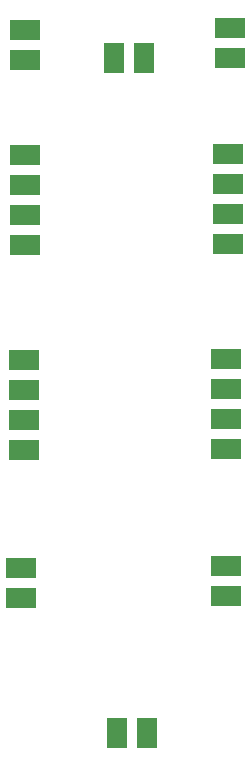
<source format=gbr>
%TF.GenerationSoftware,KiCad,Pcbnew,7.0.5*%
%TF.CreationDate,2023-07-07T20:16:54+02:00*%
%TF.ProjectId,78_1x39_1mm Solr tile,37382c31-7833-4392-9c31-6d6d20536f6c,rev?*%
%TF.SameCoordinates,Original*%
%TF.FileFunction,Paste,Bot*%
%TF.FilePolarity,Positive*%
%FSLAX46Y46*%
G04 Gerber Fmt 4.6, Leading zero omitted, Abs format (unit mm)*
G04 Created by KiCad (PCBNEW 7.0.5) date 2023-07-07 20:16:54*
%MOMM*%
%LPD*%
G01*
G04 APERTURE LIST*
%ADD10R,1.700000X2.500000*%
%ADD11R,2.500000X1.700000*%
G04 APERTURE END LIST*
D10*
%TO.C,REF\u002A\u002A*%
X34820000Y-29090000D03*
X37360000Y-29090000D03*
%TD*%
D11*
%TO.C,REF\u002A\u002A*%
X26900000Y-74840000D03*
X26900000Y-72300000D03*
%TD*%
%TO.C,J8*%
X27290000Y-44960000D03*
X27290000Y-42420000D03*
X27290000Y-39880000D03*
X27290000Y-37340000D03*
%TD*%
%TO.C,J8*%
X44290000Y-54600000D03*
X44290000Y-57140000D03*
X44290000Y-59680000D03*
X44290000Y-62220000D03*
%TD*%
%TO.C,J8*%
X44420000Y-37230000D03*
X44420000Y-39770000D03*
X44420000Y-42310000D03*
X44420000Y-44850000D03*
%TD*%
%TO.C,REF\u002A\u002A*%
X27270000Y-29280000D03*
X27270000Y-26740000D03*
%TD*%
%TO.C,J8*%
X27160000Y-62330000D03*
X27160000Y-59790000D03*
X27160000Y-57250000D03*
X27160000Y-54710000D03*
%TD*%
%TO.C,REF\u002A\u002A*%
X44650000Y-26590000D03*
X44650000Y-29130000D03*
%TD*%
D10*
%TO.C,REF\u002A\u002A*%
X37560000Y-86250000D03*
X35020000Y-86250000D03*
%TD*%
D11*
%TO.C,REF\u002A\u002A*%
X44280000Y-72150000D03*
X44280000Y-74690000D03*
%TD*%
M02*

</source>
